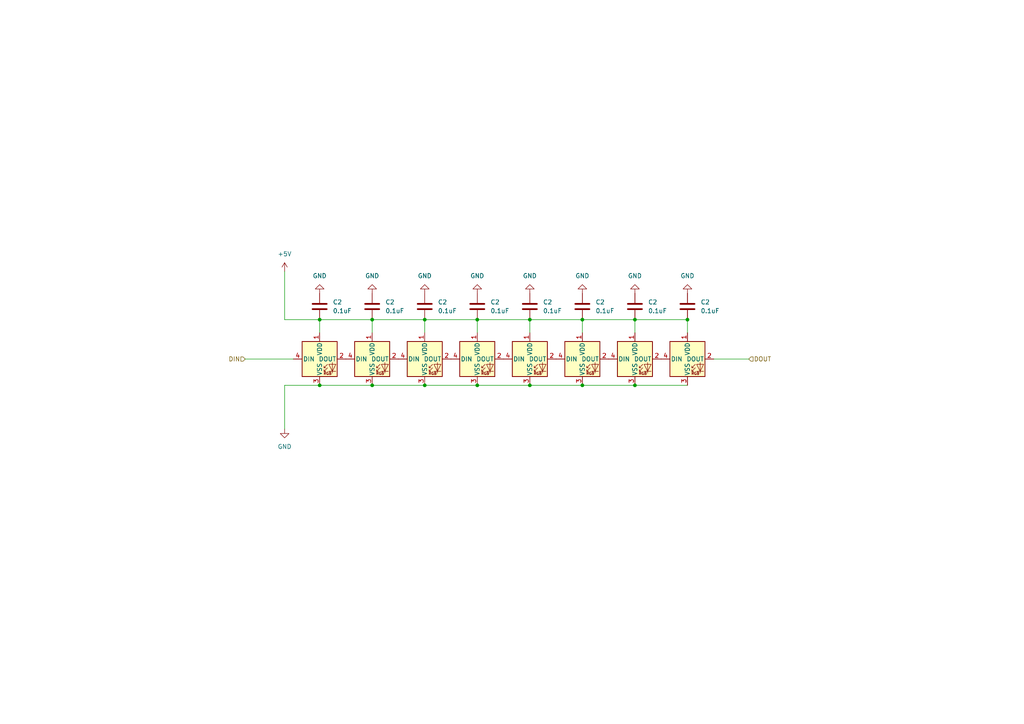
<source format=kicad_sch>
(kicad_sch (version 20230121) (generator eeschema)
  (paper "A4")
  (lib_symbols
    (symbol "Device:C" (pin_numbers hide) (pin_names (offset 0.254))
      (property "Reference" "C" (at 0.635 2.54 0))
      (property "Value" "C" (at 0.635 -2.54 0))
      (symbol "C_0_1"
        (polyline (pts (xy -2.032 -0.762) (xy 2.032 -0.762)) (stroke (width 0.508)))
        (polyline (pts (xy -2.032 0.762) (xy 2.032 0.762)) (stroke (width 0.508)))
      )
      (symbol "C_1_1"
        (pin passive line (at 0 3.81 270) (length 2.794) (name "~") (number "1"))
        (pin passive line (at 0 -3.81 90) (length 2.794) (name "~") (number "2"))
      )
    )
    (symbol "LED:WS2812B" (pin_names (offset 0.254))
      (property "Reference" "D" (at 5.08 5.715 0))
      (property "Value" "WS2812B" (at 1.27 -5.715 0))
      (symbol "WS2812B_0_0"
        (text "RGB" (at 2.286 -4.191 0) (effects (font (size 0.762 0.762))))
      )
      (symbol "WS2812B_0_1"
        (polyline (pts (xy 1.27 -3.556) (xy 1.778 -3.556)))
        (polyline (pts (xy 1.27 -2.54) (xy 1.778 -2.54)))
        (polyline (pts (xy 4.699 -3.556) (xy 2.667 -3.556)))
        (polyline (pts (xy 2.286 -2.54) (xy 1.27 -3.556) (xy 1.27 -3.048)))
        (polyline (pts (xy 2.286 -1.524) (xy 1.27 -2.54) (xy 1.27 -2.032)))
        (polyline (pts (xy 3.683 -1.016) (xy 3.683 -3.556) (xy 3.683 -4.064)))
        (polyline (pts (xy 4.699 -1.524) (xy 2.667 -1.524) (xy 3.683 -3.556) (xy 4.699 -1.524)))
        (rectangle (start 5.08 5.08) (end -5.08 -5.08) (stroke (width 0.254)) (fill (type background)))
      )
      (symbol "WS2812B_1_1"
        (pin power_in line (at 0 7.62 270) (length 2.54) (name "VDD") (number "1"))
        (pin output line (at 7.62 0 180) (length 2.54) (name "DOUT") (number "2"))
        (pin power_in line (at 0 -7.62 90) (length 2.54) (name "VSS") (number "3"))
        (pin input line (at -7.62 0 0) (length 2.54) (name "DIN") (number "4"))
      )
    )
    (symbol "power:+5V" (power) (pin_names (offset 0))
      (property "Value" "+5V" (at 0 3.556 0))
      (symbol "+5V_0_1"
        (polyline (pts (xy -0.762 1.27) (xy 0 2.54)))
        (polyline (pts (xy 0 0) (xy 0 2.54)))
        (polyline (pts (xy 0 2.54) (xy 0.762 1.27)))
      )
      (symbol "+5V_1_1"
        (pin power_in line (at 0 0 90) (length 0) hide (name "+5V") (number "1"))
      )
    )
    (symbol "power:GND" (power) (pin_names (offset 0))
      (property "Value" "GND" (at 0 -3.81 0))
      (symbol "GND_0_1"
        (polyline (pts (xy 0 0) (xy 0 -1.27) (xy 1.27 -1.27) (xy 0 -2.54) (xy -1.27 -1.27) (xy 0 -1.27)))
      )
      (symbol "GND_1_1"
        (pin power_in line (at 0 0 270) (length 0) hide (name "GND") (number "1"))
      )
    )
  )
  (junction (at 184.15 111.76))
  (junction (at 153.67 111.76))
  (junction (at 92.71 92.71))
  (junction (at 153.67 92.71))
  (junction (at 168.91 92.71))
  (junction (at 168.91 111.76))
  (junction (at 199.39 92.71))
  (junction (at 138.43 111.76))
  (junction (at 123.19 92.71))
  (junction (at 138.43 92.71))
  (junction (at 92.71 111.76))
  (junction (at 184.15 92.71))
  (junction (at 123.19 111.76))
  (junction (at 107.95 92.71))
  (junction (at 107.95 111.76))
  (wire (pts (xy 207.01 104.14) (xy 217.17 104.14)))
  (wire (pts (xy 199.39 96.52) (xy 199.39 92.71)))
  (wire (pts (xy 71.12 104.14) (xy 85.09 104.14)))
  (wire (pts (xy 123.19 96.52) (xy 123.19 92.71)))
  (wire (pts (xy 153.67 92.71) (xy 168.91 92.71)))
  (wire (pts (xy 168.91 111.76) (xy 184.15 111.76)))
  (wire (pts (xy 138.43 111.76) (xy 153.67 111.76)))
  (wire (pts (xy 184.15 96.52) (xy 184.15 92.71)))
  (wire (pts (xy 138.43 92.71) (xy 153.67 92.71)))
  (wire (pts (xy 138.43 96.52) (xy 138.43 92.71)))
  (wire (pts (xy 184.15 92.71) (xy 199.39 92.71)))
  (wire (pts (xy 82.55 78.74) (xy 82.55 92.71)))
  (wire (pts (xy 123.19 92.71) (xy 138.43 92.71)))
  (wire (pts (xy 92.71 96.52) (xy 92.71 92.71)))
  (wire (pts (xy 168.91 96.52) (xy 168.91 92.71)))
  (wire (pts (xy 82.55 111.76) (xy 82.55 124.46)))
  (wire (pts (xy 82.55 92.71) (xy 92.71 92.71)))
  (wire (pts (xy 168.91 92.71) (xy 184.15 92.71)))
  (wire (pts (xy 107.95 92.71) (xy 123.19 92.71)))
  (wire (pts (xy 153.67 111.76) (xy 168.91 111.76)))
  (wire (pts (xy 153.67 96.52) (xy 153.67 92.71)))
  (wire (pts (xy 82.55 111.76) (xy 92.71 111.76)))
  (wire (pts (xy 107.95 96.52) (xy 107.95 92.71)))
  (wire (pts (xy 92.71 92.71) (xy 107.95 92.71)))
  (wire (pts (xy 92.71 111.76) (xy 107.95 111.76)))
  (wire (pts (xy 107.95 111.76) (xy 123.19 111.76)))
  (wire (pts (xy 184.15 111.76) (xy 199.39 111.76)))
  (wire (pts (xy 123.19 111.76) (xy 138.43 111.76)))
  (hierarchical_label "DOUT" (shape input) (at 217.17 104.14 0))
  (hierarchical_label "DIN" (shape input) (at 71.12 104.14 180))
  (symbol (lib_id "LED:WS2812B") (at 184.15 104.14 0) (unit 1)
    (property "Reference" "D1" (effects hide))
    (property "Value" "WS2812B" (effects hide))
    (property "Footprint" "LED_SMD:LED_WS2812B_PLCC4_5.0x5.0mm_P3.2mm" (effects hide))
    (property "Datasheet" "https://cdn-shop.adafruit.com/datasheets/WS2812B.pdf" (effects hide))
    (instances (project "arm" (path "" (reference "D1") (unit 1)) (path "" (reference "D7") (unit 1)) (path "" (reference "D15") (unit 1)) (path "" (reference "D23") (unit 1)) (path "" (reference "D31") (unit 1)) (path "" (reference "D39") (unit 1))))
  )
  (symbol (lib_id "LED:WS2812B") (at 107.95 104.14 0) (unit 1)
    (property "Reference" "D2" (effects hide))
    (property "Value" "WS2812B" (effects hide))
    (property "Footprint" "LED_SMD:LED_WS2812B_PLCC4_5.0x5.0mm_P3.2mm" (effects hide))
    (property "Datasheet" "https://cdn-shop.adafruit.com/datasheets/WS2812B.pdf" (effects hide))
    (instances (project "arm" (path "" (reference "D2") (unit 1)) (path "" (reference "D2") (unit 1)) (path "" (reference "D10") (unit 1)) (path "" (reference "D18") (unit 1)) (path "" (reference "D26") (unit 1)) (path "" (reference "D34") (unit 1))))
  )
  (symbol (lib_id "Device:C") (at 92.71 88.9 0) (unit 1)
    (property "Reference" "C2" (at 96.52 87.63 0) (effects (justify left)))
    (property "Value" "0.1uF" (at 96.52 90.17 0) (effects (justify left)))
    (property "Footprint" "Capacitor_SMD:C_0402_1005Metric" (effects hide))
    (instances (project "arm" (path "" (reference "C2") (unit 1)) (path "" (reference "C1") (unit 1)) (path "" (reference "C9") (unit 1)) (path "" (reference "C17") (unit 1)) (path "" (reference "C25") (unit 1)) (path "" (reference "C33") (unit 1))))
  )
  (symbol (lib_id "power:GND") (at 107.95 85.09 180) (unit 1)
    (property "Reference" "#PWR04" (effects hide))
    (property "Value" "GND" (at 107.95 80.01 0))
    (instances (project "arm" (path "" (reference "#PWR04") (unit 1)) (path "" (reference "#PWR011") (unit 1)) (path "" (reference "#PWR026") (unit 1)) (path "" (reference "#PWR036") (unit 1)) (path "" (reference "#PWR046") (unit 1))))
  )
  (symbol (lib_id "Device:C") (at 107.95 88.9 0) (unit 1)
    (property "Reference" "C2" (at 111.76 87.63 0) (effects (justify left)))
    (property "Value" "0.1uF" (at 111.76 90.17 0) (effects (justify left)))
    (property "Footprint" "Capacitor_SMD:C_0402_1005Metric" (effects hide))
    (instances (project "arm" (path "" (reference "C2") (unit 1)) (path "" (reference "C2") (unit 1)) (path "" (reference "C10") (unit 1)) (path "" (reference "C18") (unit 1)) (path "" (reference "C26") (unit 1)) (path "" (reference "C34") (unit 1))))
  )
  (symbol (lib_id "Device:C") (at 184.15 88.9 0) (unit 1)
    (property "Reference" "C2" (at 187.96 87.63 0) (effects (justify left)))
    (property "Value" "0.1uF" (at 187.96 90.17 0) (effects (justify left)))
    (property "Footprint" "Capacitor_SMD:C_0402_1005Metric" (effects hide))
    (instances (project "arm" (path "" (reference "C2") (unit 1)) (path "" (reference "C7") (unit 1)) (path "" (reference "C15") (unit 1)) (path "" (reference "C23") (unit 1)) (path "" (reference "C31") (unit 1)) (path "" (reference "C39") (unit 1))))
  )
  (symbol (lib_id "power:GND") (at 168.91 85.09 180) (unit 1)
    (property "Reference" "#PWR012" (effects hide))
    (property "Value" "GND" (at 168.91 80.01 0))
    (instances (project "arm" (path "" (reference "#PWR012") (unit 1)) (path "" (reference "#PWR018") (unit 1)) (path "" (reference "#PWR030") (unit 1)) (path "" (reference "#PWR040") (unit 1)) (path "" (reference "#PWR050") (unit 1))))
  )
  (symbol (lib_id "power:GND") (at 199.39 85.09 180) (unit 1)
    (property "Reference" "#PWR014" (effects hide))
    (property "Value" "GND" (at 199.39 80.01 0))
    (instances (project "arm" (path "" (reference "#PWR014") (unit 1)) (path "" (reference "#PWR020") (unit 1)) (path "" (reference "#PWR032") (unit 1)) (path "" (reference "#PWR042") (unit 1)) (path "" (reference "#PWR052") (unit 1))))
  )
  (symbol (lib_id "Device:C") (at 199.39 88.9 0) (unit 1)
    (property "Reference" "C2" (at 203.2 87.63 0) (effects (justify left)))
    (property "Value" "0.1uF" (at 203.2 90.17 0) (effects (justify left)))
    (property "Footprint" "Capacitor_SMD:C_0402_1005Metric" (effects hide))
    (instances (project "arm" (path "" (reference "C2") (unit 1)) (path "" (reference "C8") (unit 1)) (path "" (reference "C16") (unit 1)) (path "" (reference "C24") (unit 1)) (path "" (reference "C32") (unit 1)) (path "" (reference "C40") (unit 1))))
  )
  (symbol (lib_id "power:GND") (at 138.43 85.09 180) (unit 1)
    (property "Reference" "#PWR06" (effects hide))
    (property "Value" "GND" (at 138.43 80.01 0))
    (instances (project "arm" (path "" (reference "#PWR06") (unit 1)) (path "" (reference "#PWR016") (unit 1)) (path "" (reference "#PWR028") (unit 1)) (path "" (reference "#PWR038") (unit 1)) (path "" (reference "#PWR048") (unit 1))))
  )
  (symbol (lib_id "power:GND") (at 92.71 85.09 180) (unit 1)
    (property "Reference" "#PWR03" (effects hide))
    (property "Value" "GND" (at 92.71 80.01 0))
    (instances (project "arm" (path "" (reference "#PWR03") (unit 1)) (path "" (reference "#PWR010") (unit 1)) (path "" (reference "#PWR025") (unit 1)) (path "" (reference "#PWR035") (unit 1)) (path "" (reference "#PWR045") (unit 1))))
  )
  (symbol (lib_id "power:GND") (at 82.55 124.46 0) (unit 1)
    (property "Reference" "#PWR02" (effects hide))
    (property "Value" "GND" (at 82.55 129.54 0))
    (instances (project "arm" (path "" (reference "#PWR02") (unit 1)) (path "" (reference "#PWR09") (unit 1)) (path "" (reference "#PWR024") (unit 1)) (path "" (reference "#PWR034") (unit 1)) (path "" (reference "#PWR044") (unit 1))))
  )
  (symbol (lib_id "power:+5V") (at 82.55 78.74 0) (unit 1)
    (property "Reference" "#PWR01" (effects hide))
    (property "Value" "+5V" (at 82.55 73.66 0))
    (instances (project "arm" (path "" (reference "#PWR01") (unit 1)) (path "" (reference "#PWR08") (unit 1)) (path "" (reference "#PWR023") (unit 1)) (path "" (reference "#PWR033") (unit 1)) (path "" (reference "#PWR043") (unit 1))))
  )
  (symbol (lib_id "power:GND") (at 184.15 85.09 180) (unit 1)
    (property "Reference" "#PWR013" (effects hide))
    (property "Value" "GND" (at 184.15 80.01 0))
    (instances (project "arm" (path "" (reference "#PWR013") (unit 1)) (path "" (reference "#PWR019") (unit 1)) (path "" (reference "#PWR031") (unit 1)) (path "" (reference "#PWR041") (unit 1)) (path "" (reference "#PWR051") (unit 1))))
  )
  (symbol (lib_id "Device:C") (at 123.19 88.9 0) (unit 1)
    (property "Reference" "C2" (at 127 87.63 0) (effects (justify left)))
    (property "Value" "0.1uF" (at 127 90.17 0) (effects (justify left)))
    (property "Footprint" "Capacitor_SMD:C_0402_1005Metric" (effects hide))
    (instances (project "arm" (path "" (reference "C2") (unit 1)) (path "" (reference "C3") (unit 1)) (path "" (reference "C11") (unit 1)) (path "" (reference "C19") (unit 1)) (path "" (reference "C27") (unit 1)) (path "" (reference "C35") (unit 1))))
  )
  (symbol (lib_id "Device:C") (at 138.43 88.9 0) (unit 1)
    (property "Reference" "C2" (at 142.24 87.63 0) (effects (justify left)))
    (property "Value" "0.1uF" (at 142.24 90.17 0) (effects (justify left)))
    (property "Footprint" "Capacitor_SMD:C_0402_1005Metric" (effects hide))
    (instances (project "arm" (path "" (reference "C2") (unit 1)) (path "" (reference "C4") (unit 1)) (path "" (reference "C12") (unit 1)) (path "" (reference "C20") (unit 1)) (path "" (reference "C28") (unit 1)) (path "" (reference "C36") (unit 1))))
  )
  (symbol (lib_id "Device:C") (at 168.91 88.9 0) (unit 1)
    (property "Reference" "C2" (at 172.72 87.63 0) (effects (justify left)))
    (property "Value" "0.1uF" (at 172.72 90.17 0) (effects (justify left)))
    (property "Footprint" "Capacitor_SMD:C_0402_1005Metric" (effects hide))
    (instances (project "arm" (path "" (reference "C2") (unit 1)) (path "" (reference "C6") (unit 1)) (path "" (reference "C14") (unit 1)) (path "" (reference "C22") (unit 1)) (path "" (reference "C30") (unit 1)) (path "" (reference "C38") (unit 1))))
  )
  (symbol (lib_id "power:GND") (at 123.19 85.09 180) (unit 1)
    (property "Reference" "#PWR05" (effects hide))
    (property "Value" "GND" (at 123.19 80.01 0))
    (instances (project "arm" (path "" (reference "#PWR05") (unit 1)) (path "" (reference "#PWR015") (unit 1)) (path "" (reference "#PWR027") (unit 1)) (path "" (reference "#PWR037") (unit 1)) (path "" (reference "#PWR047") (unit 1))))
  )
  (symbol (lib_id "Device:C") (at 153.67 88.9 0) (unit 1)
    (property "Reference" "C2" (at 157.48 87.63 0) (effects (justify left)))
    (property "Value" "0.1uF" (at 157.48 90.17 0) (effects (justify left)))
    (property "Footprint" "Capacitor_SMD:C_0402_1005Metric" (effects hide))
    (instances (project "arm" (path "" (reference "C2") (unit 1)) (path "" (reference "C5") (unit 1)) (path "" (reference "C13") (unit 1)) (path "" (reference "C21") (unit 1)) (path "" (reference "C29") (unit 1)) (path "" (reference "C37") (unit 1))))
  )
  (symbol (lib_id "LED:WS2812B") (at 199.39 104.14 0) (unit 1)
    (property "Reference" "D2" (effects hide))
    (property "Value" "WS2812B" (effects hide))
    (property "Footprint" "LED_SMD:LED_WS2812B_PLCC4_5.0x5.0mm_P3.2mm" (effects hide))
    (property "Datasheet" "https://cdn-shop.adafruit.com/datasheets/WS2812B.pdf" (effects hide))
    (instances (project "arm" (path "" (reference "D2") (unit 1)) (path "" (reference "D8") (unit 1)) (path "" (reference "D16") (unit 1)) (path "" (reference "D24") (unit 1)) (path "" (reference "D32") (unit 1)) (path "" (reference "D40") (unit 1))))
  )
  (symbol (lib_id "power:GND") (at 153.67 85.09 180) (unit 1)
    (property "Reference" "#PWR07" (effects hide))
    (property "Value" "GND" (at 153.67 80.01 0))
    (instances (project "arm" (path "" (reference "#PWR07") (unit 1)) (path "" (reference "#PWR017") (unit 1)) (path "" (reference "#PWR029") (unit 1)) (path "" (reference "#PWR039") (unit 1)) (path "" (reference "#PWR049") (unit 1))))
  )
  (symbol (lib_id "LED:WS2812B") (at 92.71 104.14 0) (unit 1)
    (property "Reference" "D1" (effects hide))
    (property "Value" "WS2812B" (effects hide))
    (property "Footprint" "LED_SMD:LED_WS2812B_PLCC4_5.0x5.0mm_P3.2mm" (effects hide))
    (property "Datasheet" "https://cdn-shop.adafruit.com/datasheets/WS2812B.pdf" (effects hide))
    (instances (project "arm" (path "" (reference "D1") (unit 1)) (path "" (reference "D1") (unit 1)) (path "" (reference "D9") (unit 1)) (path "" (reference "D17") (unit 1)) (path "" (reference "D25") (unit 1)) (path "" (reference "D33") (unit 1))))
  )
  (symbol (lib_id "LED:WS2812B") (at 168.91 104.14 0) (unit 1)
    (property "Reference" "D2" (effects hide))
    (property "Value" "WS2812B" (effects hide))
    (property "Footprint" "LED_SMD:LED_WS2812B_PLCC4_5.0x5.0mm_P3.2mm" (effects hide))
    (property "Datasheet" "https://cdn-shop.adafruit.com/datasheets/WS2812B.pdf" (effects hide))
    (instances (project "arm" (path "" (reference "D2") (unit 1)) (path "" (reference "D6") (unit 1)) (path "" (reference "D14") (unit 1)) (path "" (reference "D22") (unit 1)) (path "" (reference "D30") (unit 1)) (path "" (reference "D38") (unit 1))))
  )
  (symbol (lib_id "LED:WS2812B") (at 153.67 104.14 0) (unit 1)
    (property "Reference" "D1" (effects hide))
    (property "Value" "WS2812B" (effects hide))
    (property "Footprint" "LED_SMD:LED_WS2812B_PLCC4_5.0x5.0mm_P3.2mm" (effects hide))
    (property "Datasheet" "https://cdn-shop.adafruit.com/datasheets/WS2812B.pdf" (effects hide))
    (instances (project "arm" (path "" (reference "D1") (unit 1)) (path "" (reference "D5") (unit 1)) (path "" (reference "D13") (unit 1)) (path "" (reference "D21") (unit 1)) (path "" (reference "D29") (unit 1)) (path "" (reference "D37") (unit 1))))
  )
  (symbol (lib_id "LED:WS2812B") (at 123.19 104.14 0) (unit 1)
    (property "Reference" "D1" (effects hide))
    (property "Value" "WS2812B" (effects hide))
    (property "Footprint" "LED_SMD:LED_WS2812B_PLCC4_5.0x5.0mm_P3.2mm" (effects hide))
    (property "Datasheet" "https://cdn-shop.adafruit.com/datasheets/WS2812B.pdf" (effects hide))
    (instances (project "arm" (path "" (reference "D1") (unit 1)) (path "" (reference "D3") (unit 1)) (path "" (reference "D11") (unit 1)) (path "" (reference "D19") (unit 1)) (path "" (reference "D27") (unit 1)) (path "" (reference "D35") (unit 1))))
  )
  (symbol (lib_id "LED:WS2812B") (at 138.43 104.14 0) (unit 1)
    (property "Reference" "D2" (effects hide))
    (property "Value" "WS2812B" (effects hide))
    (property "Footprint" "LED_SMD:LED_WS2812B_PLCC4_5.0x5.0mm_P3.2mm" (effects hide))
    (property "Datasheet" "https://cdn-shop.adafruit.com/datasheets/WS2812B.pdf" (effects hide))
    (instances (project "arm" (path "" (reference "D2") (unit 1)) (path "" (reference "D4") (unit 1)) (path "" (reference "D12") (unit 1)) (path "" (reference "D20") (unit 1)) (path "" (reference "D28") (unit 1)) (path "" (reference "D36") (unit 1))))
  )
)
</source>
